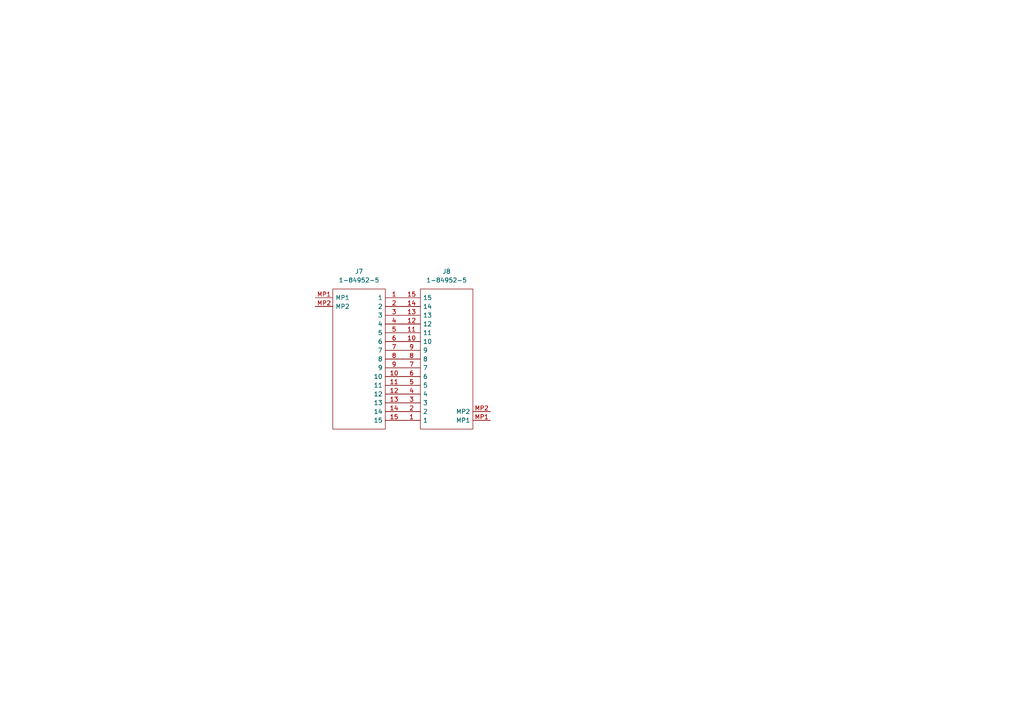
<source format=kicad_sch>
(kicad_sch (version 20211123) (generator eeschema)
  (paper "A4")
  (lib_symbols
    (symbol "1-84952-5:1-84952-5" (pin_names (offset 0.762))
      (property "Reference" "J" (at 21.59 7.62 0))
      (property "Value" "1-84952-5" (at 21.59 5.08 0))
      (symbol "1-84952-5_0_0"
        (pin passive line (at 25.4 0 180) (length 5.08) (name "1") (number "1"))
        (pin passive line (at 25.4 -22.86 180) (length 5.08) (name "10") (number "10"))
        (pin passive line (at 25.4 -25.4 180) (length 5.08) (name "11") (number "11"))
        (pin passive line (at 25.4 -27.94 180) (length 5.08) (name "12") (number "12"))
        (pin passive line (at 25.4 -30.48 180) (length 5.08) (name "13") (number "13"))
        (pin passive line (at 25.4 -33.02 180) (length 5.08) (name "14") (number "14"))
        (pin passive line (at 25.4 -35.56 180) (length 5.08) (name "15") (number "15"))
        (pin passive line (at 25.4 -2.54 180) (length 5.08) (name "2") (number "2"))
        (pin passive line (at 25.4 -5.08 180) (length 5.08) (name "3") (number "3"))
        (pin passive line (at 25.4 -7.62 180) (length 5.08) (name "4") (number "4"))
        (pin passive line (at 25.4 -10.16 180) (length 5.08) (name "5") (number "5"))
        (pin passive line (at 25.4 -12.7 180) (length 5.08) (name "6") (number "6"))
        (pin passive line (at 25.4 -15.24 180) (length 5.08) (name "7") (number "7"))
        (pin passive line (at 25.4 -17.78 180) (length 5.08) (name "8") (number "8"))
        (pin passive line (at 25.4 -20.32 180) (length 5.08) (name "9") (number "9"))
        (pin passive line (at 0 0 0) (length 5.08) (name "MP1") (number "MP1"))
        (pin passive line (at 0 -2.54 0) (length 5.08) (name "MP2") (number "MP2"))
      )
      (symbol "1-84952-5_0_1"
        (polyline (pts (xy 5.08 2.54) (xy 20.32 2.54) (xy 20.32 -38.1) (xy 5.08 -38.1) (xy 5.08 2.54)) (stroke (width 0.1524)))
      )
    )
  )
  (symbol (lib_id "1-84952-5:1-84952-5") (at 91.44 86.36 0) (unit 1)
    (property "Reference" "J7" (at 104.14 78.74 0))
    (property "Value" "1-84952-5" (at 104.14 81.28 0))
    (property "Footprint" "CM4IO:TE_1-84952-5" (effects hide))
    (property "Datasheet" "https://datasheet.datasheetarchive.com/originals/distributors/Datasheets_SAMA/2b17d88214b230a9ac6dbaafb3962f09.pdf" (effects hide))
    (property "Description" "FFC & FPC Connectors 15P 1MM FPC Horz Bottom Cont. Assy" (effects hide))
    (property "Height" "2.56" (effects hide))
    (property "Mouser Part Number" "571-1-84952-5" (effects hide))
    (property "Mouser Price/Stock" "https://www.mouser.co.uk/ProductDetail/TE-Connectivity/1-84952-5/?qs=uUkeXfjQ8uTcXVIsXQkRfw%3D%3D" (effects hide))
    (property "Manufacturer_Name" "TE Connectivity" (effects hide))
    (property "Manufacturer_Part_Number" "1-84952-5" (effects hide))
  )
  (symbol (lib_id "1-84952-5:1-84952-5") (at 142.24 121.92 180) (unit 1)
    (property "Reference" "J8" (at 129.54 78.74 0))
    (property "Value" "1-84952-5" (at 129.54 81.28 0))
    (property "Footprint" "CM4IO:TE_1-84952-5" (effects hide))
    (property "Datasheet" "https://datasheet.datasheetarchive.com/originals/distributors/Datasheets_SAMA/2b17d88214b230a9ac6dbaafb3962f09.pdf" (effects hide))
    (property "Description" "FFC & FPC Connectors 15P 1MM FPC Horz Bottom Cont. Assy" (effects hide))
    (property "Height" "2.56" (effects hide))
    (property "Mouser Part Number" "571-1-84952-5" (effects hide))
    (property "Mouser Price/Stock" "https://www.mouser.co.uk/ProductDetail/TE-Connectivity/1-84952-5/?qs=uUkeXfjQ8uTcXVIsXQkRfw%3D%3D" (effects hide))
    (property "Manufacturer_Name" "TE Connectivity" (effects hide))
    (property "Manufacturer_Part_Number" "1-84952-5" (effects hide))
  )
)
</source>
